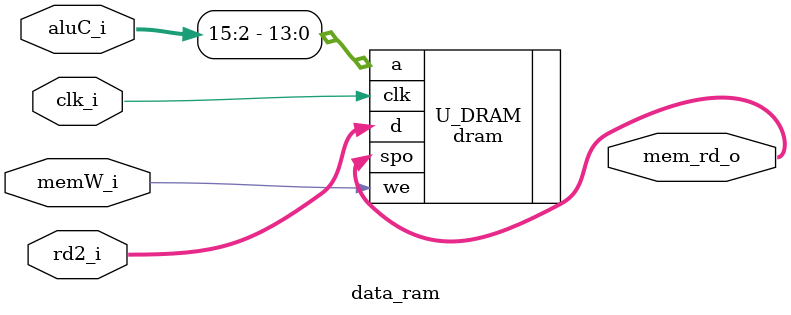
<source format=v>
`timescale 1ns / 1ps

module data_ram(
    input         clk_i ,
    input  [31:0] aluC_i,
    input         memW_i,
    input  [31:0] rd2_i ,

    output [31:0] mem_rd_o
);

dram U_DRAM (
    .clk (clk_i       ),
    .a   (aluC_i[15:2]),
    .spo (mem_rd_o    ),
    .we  (memW_i      ),
    .d   (rd2_i       )
);

endmodule

</source>
